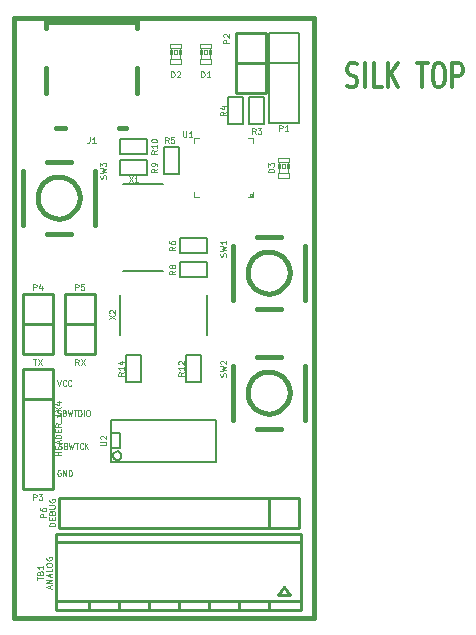
<source format=gto>
G04 (created by PCBNEW-RS274X (2012-01-19 BZR 3256)-stable) date 9/30/2012 4:07:16 PM*
G01*
G70*
G90*
%MOIN*%
G04 Gerber Fmt 3.4, Leading zero omitted, Abs format*
%FSLAX34Y34*%
G04 APERTURE LIST*
%ADD10C,0.006000*%
%ADD11C,0.012000*%
%ADD12C,0.004000*%
%ADD13C,0.015000*%
%ADD14C,0.003900*%
%ADD15C,0.005000*%
%ADD16C,0.002600*%
%ADD17C,0.010000*%
G04 APERTURE END LIST*
G54D10*
G54D11*
X71114Y-32286D02*
X71200Y-32324D01*
X71343Y-32324D01*
X71400Y-32286D01*
X71429Y-32248D01*
X71457Y-32171D01*
X71457Y-32095D01*
X71429Y-32019D01*
X71400Y-31981D01*
X71343Y-31943D01*
X71229Y-31905D01*
X71171Y-31867D01*
X71143Y-31829D01*
X71114Y-31752D01*
X71114Y-31676D01*
X71143Y-31600D01*
X71171Y-31562D01*
X71229Y-31524D01*
X71371Y-31524D01*
X71457Y-31562D01*
X71714Y-32324D02*
X71714Y-31524D01*
X72286Y-32324D02*
X72000Y-32324D01*
X72000Y-31524D01*
X72486Y-32324D02*
X72486Y-31524D01*
X72829Y-32324D02*
X72572Y-31867D01*
X72829Y-31524D02*
X72486Y-31981D01*
X73457Y-31524D02*
X73800Y-31524D01*
X73629Y-32324D02*
X73629Y-31524D01*
X74114Y-31524D02*
X74228Y-31524D01*
X74286Y-31562D01*
X74343Y-31638D01*
X74371Y-31790D01*
X74371Y-32057D01*
X74343Y-32210D01*
X74286Y-32286D01*
X74228Y-32324D01*
X74114Y-32324D01*
X74057Y-32286D01*
X74000Y-32210D01*
X73971Y-32057D01*
X73971Y-31790D01*
X74000Y-31638D01*
X74057Y-31562D01*
X74114Y-31524D01*
X74629Y-32324D02*
X74629Y-31524D01*
X74857Y-31524D01*
X74915Y-31562D01*
X74943Y-31600D01*
X74972Y-31676D01*
X74972Y-31790D01*
X74943Y-31867D01*
X74915Y-31905D01*
X74857Y-31943D01*
X74629Y-31943D01*
G54D12*
X61563Y-45090D02*
X61546Y-45081D01*
X61520Y-45081D01*
X61495Y-45090D01*
X61477Y-45110D01*
X61469Y-45129D01*
X61460Y-45167D01*
X61460Y-45195D01*
X61469Y-45233D01*
X61477Y-45252D01*
X61495Y-45271D01*
X61520Y-45281D01*
X61537Y-45281D01*
X61563Y-45271D01*
X61572Y-45262D01*
X61572Y-45195D01*
X61537Y-45195D01*
X61649Y-45281D02*
X61649Y-45081D01*
X61752Y-45281D01*
X61752Y-45081D01*
X61838Y-45281D02*
X61838Y-45081D01*
X61881Y-45081D01*
X61906Y-45090D01*
X61924Y-45110D01*
X61932Y-45129D01*
X61941Y-45167D01*
X61941Y-45195D01*
X61932Y-45233D01*
X61924Y-45252D01*
X61906Y-45271D01*
X61881Y-45281D01*
X61838Y-45281D01*
X61507Y-44371D02*
X61533Y-44381D01*
X61576Y-44381D01*
X61593Y-44371D01*
X61602Y-44362D01*
X61610Y-44343D01*
X61610Y-44324D01*
X61602Y-44305D01*
X61593Y-44295D01*
X61576Y-44286D01*
X61542Y-44276D01*
X61524Y-44267D01*
X61516Y-44257D01*
X61507Y-44238D01*
X61507Y-44219D01*
X61516Y-44200D01*
X61524Y-44190D01*
X61542Y-44181D01*
X61584Y-44181D01*
X61610Y-44190D01*
X61747Y-44276D02*
X61773Y-44286D01*
X61781Y-44295D01*
X61790Y-44314D01*
X61790Y-44343D01*
X61781Y-44362D01*
X61773Y-44371D01*
X61755Y-44381D01*
X61687Y-44381D01*
X61687Y-44181D01*
X61747Y-44181D01*
X61764Y-44190D01*
X61773Y-44200D01*
X61781Y-44219D01*
X61781Y-44238D01*
X61773Y-44257D01*
X61764Y-44267D01*
X61747Y-44276D01*
X61687Y-44276D01*
X61850Y-44181D02*
X61893Y-44381D01*
X61927Y-44238D01*
X61961Y-44381D01*
X62004Y-44181D01*
X62047Y-44181D02*
X62150Y-44181D01*
X62099Y-44381D02*
X62099Y-44181D01*
X62313Y-44362D02*
X62304Y-44371D01*
X62278Y-44381D01*
X62261Y-44381D01*
X62236Y-44371D01*
X62218Y-44352D01*
X62210Y-44333D01*
X62201Y-44295D01*
X62201Y-44267D01*
X62210Y-44229D01*
X62218Y-44210D01*
X62236Y-44190D01*
X62261Y-44181D01*
X62278Y-44181D01*
X62304Y-44190D01*
X62313Y-44200D01*
X62390Y-44381D02*
X62390Y-44181D01*
X62493Y-44381D02*
X62416Y-44267D01*
X62493Y-44181D02*
X62390Y-44295D01*
X61460Y-43271D02*
X61486Y-43281D01*
X61529Y-43281D01*
X61546Y-43271D01*
X61555Y-43262D01*
X61563Y-43243D01*
X61563Y-43224D01*
X61555Y-43205D01*
X61546Y-43195D01*
X61529Y-43186D01*
X61495Y-43176D01*
X61477Y-43167D01*
X61469Y-43157D01*
X61460Y-43138D01*
X61460Y-43119D01*
X61469Y-43100D01*
X61477Y-43090D01*
X61495Y-43081D01*
X61537Y-43081D01*
X61563Y-43090D01*
X61700Y-43176D02*
X61726Y-43186D01*
X61734Y-43195D01*
X61743Y-43214D01*
X61743Y-43243D01*
X61734Y-43262D01*
X61726Y-43271D01*
X61708Y-43281D01*
X61640Y-43281D01*
X61640Y-43081D01*
X61700Y-43081D01*
X61717Y-43090D01*
X61726Y-43100D01*
X61734Y-43119D01*
X61734Y-43138D01*
X61726Y-43157D01*
X61717Y-43167D01*
X61700Y-43176D01*
X61640Y-43176D01*
X61803Y-43081D02*
X61846Y-43281D01*
X61880Y-43138D01*
X61914Y-43281D01*
X61957Y-43081D01*
X62000Y-43081D02*
X62103Y-43081D01*
X62052Y-43281D02*
X62052Y-43081D01*
X62163Y-43281D02*
X62163Y-43081D01*
X62206Y-43081D01*
X62231Y-43090D01*
X62249Y-43110D01*
X62257Y-43129D01*
X62266Y-43167D01*
X62266Y-43195D01*
X62257Y-43233D01*
X62249Y-43252D01*
X62231Y-43271D01*
X62206Y-43281D01*
X62163Y-43281D01*
X62343Y-43281D02*
X62343Y-43081D01*
X62463Y-43081D02*
X62497Y-43081D01*
X62515Y-43090D01*
X62532Y-43110D01*
X62540Y-43148D01*
X62540Y-43214D01*
X62532Y-43252D01*
X62515Y-43271D01*
X62497Y-43281D01*
X62463Y-43281D01*
X62446Y-43271D01*
X62429Y-43252D01*
X62420Y-43214D01*
X62420Y-43148D01*
X62429Y-43110D01*
X62446Y-43090D01*
X62463Y-43081D01*
X61460Y-42081D02*
X61520Y-42281D01*
X61580Y-42081D01*
X61743Y-42262D02*
X61734Y-42271D01*
X61708Y-42281D01*
X61691Y-42281D01*
X61666Y-42271D01*
X61648Y-42252D01*
X61640Y-42233D01*
X61631Y-42195D01*
X61631Y-42167D01*
X61640Y-42129D01*
X61648Y-42110D01*
X61666Y-42090D01*
X61691Y-42081D01*
X61708Y-42081D01*
X61734Y-42090D01*
X61743Y-42100D01*
X61923Y-42262D02*
X61914Y-42271D01*
X61888Y-42281D01*
X61871Y-42281D01*
X61846Y-42271D01*
X61828Y-42252D01*
X61820Y-42233D01*
X61811Y-42195D01*
X61811Y-42167D01*
X61820Y-42129D01*
X61828Y-42110D01*
X61846Y-42090D01*
X61871Y-42081D01*
X61888Y-42081D01*
X61914Y-42090D01*
X61923Y-42100D01*
G54D13*
X60000Y-50000D02*
X70000Y-50000D01*
X60000Y-30000D02*
X60000Y-50000D01*
X70000Y-30000D02*
X60000Y-30000D01*
X70000Y-30000D02*
X70000Y-50000D01*
G54D14*
X67946Y-35906D02*
X67945Y-35913D01*
X67942Y-35921D01*
X67939Y-35928D01*
X67934Y-35934D01*
X67928Y-35939D01*
X67921Y-35942D01*
X67914Y-35945D01*
X67906Y-35945D01*
X67899Y-35945D01*
X67892Y-35943D01*
X67885Y-35939D01*
X67879Y-35934D01*
X67873Y-35928D01*
X67870Y-35921D01*
X67867Y-35914D01*
X67867Y-35906D01*
X67867Y-35899D01*
X67869Y-35892D01*
X67873Y-35885D01*
X67878Y-35879D01*
X67884Y-35874D01*
X67890Y-35870D01*
X67898Y-35867D01*
X67906Y-35867D01*
X67912Y-35867D01*
X67920Y-35869D01*
X67927Y-35873D01*
X67933Y-35878D01*
X67938Y-35883D01*
X67942Y-35890D01*
X67945Y-35898D01*
X67945Y-35905D01*
X67946Y-35906D01*
X67827Y-35984D02*
X67984Y-35984D01*
X67984Y-35984D02*
X67984Y-35827D01*
X67984Y-34173D02*
X67984Y-34016D01*
X67984Y-34016D02*
X67827Y-34016D01*
X66173Y-34016D02*
X66016Y-34016D01*
X66016Y-34173D02*
X66016Y-34016D01*
X66016Y-35984D02*
X66016Y-35827D01*
X66016Y-35984D02*
X66173Y-35984D01*
G54D13*
X61420Y-33680D02*
X61700Y-33680D01*
X64110Y-30140D02*
X64110Y-30350D01*
X61090Y-30140D02*
X61090Y-30350D01*
X64120Y-31680D02*
X64120Y-32500D01*
X61080Y-31680D02*
X61080Y-32520D01*
X63500Y-33680D02*
X63760Y-33680D01*
X61090Y-30140D02*
X64110Y-30140D01*
X69200Y-38500D02*
X69186Y-38635D01*
X69147Y-38766D01*
X69083Y-38887D01*
X68996Y-38993D01*
X68891Y-39080D01*
X68771Y-39145D01*
X68640Y-39185D01*
X68504Y-39199D01*
X68369Y-39187D01*
X68238Y-39149D01*
X68117Y-39085D01*
X68011Y-39000D01*
X67923Y-38895D01*
X67857Y-38775D01*
X67816Y-38645D01*
X67801Y-38509D01*
X67812Y-38374D01*
X67850Y-38243D01*
X67912Y-38121D01*
X67997Y-38014D01*
X68101Y-37926D01*
X68220Y-37859D01*
X68350Y-37817D01*
X68486Y-37801D01*
X68621Y-37811D01*
X68753Y-37848D01*
X68875Y-37909D01*
X68982Y-37994D01*
X69072Y-38097D01*
X69139Y-38216D01*
X69182Y-38345D01*
X69199Y-38481D01*
X69200Y-38500D01*
X68900Y-39700D02*
X68100Y-39700D01*
X69700Y-37600D02*
X69700Y-39400D01*
X68100Y-37300D02*
X68900Y-37300D01*
X67300Y-39400D02*
X67300Y-37600D01*
X62200Y-36000D02*
X62186Y-36135D01*
X62147Y-36266D01*
X62083Y-36387D01*
X61996Y-36493D01*
X61891Y-36580D01*
X61771Y-36645D01*
X61640Y-36685D01*
X61504Y-36699D01*
X61369Y-36687D01*
X61238Y-36649D01*
X61117Y-36585D01*
X61011Y-36500D01*
X60923Y-36395D01*
X60857Y-36275D01*
X60816Y-36145D01*
X60801Y-36009D01*
X60812Y-35874D01*
X60850Y-35743D01*
X60912Y-35621D01*
X60997Y-35514D01*
X61101Y-35426D01*
X61220Y-35359D01*
X61350Y-35317D01*
X61486Y-35301D01*
X61621Y-35311D01*
X61753Y-35348D01*
X61875Y-35409D01*
X61982Y-35494D01*
X62072Y-35597D01*
X62139Y-35716D01*
X62182Y-35845D01*
X62199Y-35981D01*
X62200Y-36000D01*
X61100Y-34800D02*
X61900Y-34800D01*
X60300Y-36900D02*
X60300Y-35100D01*
X61900Y-37200D02*
X61100Y-37200D01*
X62700Y-35100D02*
X62700Y-36900D01*
X69200Y-42500D02*
X69186Y-42635D01*
X69147Y-42766D01*
X69083Y-42887D01*
X68996Y-42993D01*
X68891Y-43080D01*
X68771Y-43145D01*
X68640Y-43185D01*
X68504Y-43199D01*
X68369Y-43187D01*
X68238Y-43149D01*
X68117Y-43085D01*
X68011Y-43000D01*
X67923Y-42895D01*
X67857Y-42775D01*
X67816Y-42645D01*
X67801Y-42509D01*
X67812Y-42374D01*
X67850Y-42243D01*
X67912Y-42121D01*
X67997Y-42014D01*
X68101Y-41926D01*
X68220Y-41859D01*
X68350Y-41817D01*
X68486Y-41801D01*
X68621Y-41811D01*
X68753Y-41848D01*
X68875Y-41909D01*
X68982Y-41994D01*
X69072Y-42097D01*
X69139Y-42216D01*
X69182Y-42345D01*
X69199Y-42481D01*
X69200Y-42500D01*
X68900Y-43700D02*
X68100Y-43700D01*
X69700Y-41600D02*
X69700Y-43400D01*
X68100Y-41300D02*
X68900Y-41300D01*
X67300Y-43400D02*
X67300Y-41600D01*
G54D10*
X63250Y-43400D02*
X66750Y-43400D01*
X66750Y-43400D02*
X66750Y-44800D01*
X66750Y-44800D02*
X63250Y-44800D01*
X63250Y-44800D02*
X63250Y-43400D01*
G54D15*
X63591Y-44600D02*
X63588Y-44627D01*
X63580Y-44653D01*
X63567Y-44678D01*
X63550Y-44699D01*
X63528Y-44716D01*
X63504Y-44729D01*
X63478Y-44738D01*
X63450Y-44740D01*
X63424Y-44738D01*
X63398Y-44730D01*
X63373Y-44717D01*
X63352Y-44700D01*
X63334Y-44679D01*
X63321Y-44655D01*
X63313Y-44629D01*
X63310Y-44601D01*
X63312Y-44575D01*
X63319Y-44549D01*
X63332Y-44524D01*
X63349Y-44503D01*
X63370Y-44485D01*
X63394Y-44471D01*
X63420Y-44463D01*
X63448Y-44460D01*
X63474Y-44462D01*
X63500Y-44469D01*
X63525Y-44481D01*
X63547Y-44498D01*
X63565Y-44519D01*
X63578Y-44543D01*
X63587Y-44569D01*
X63590Y-44597D01*
X63591Y-44600D01*
X63250Y-43850D02*
X63550Y-43850D01*
X63550Y-43850D02*
X63550Y-44350D01*
X63550Y-44350D02*
X63250Y-44350D01*
X67850Y-33550D02*
X67850Y-32650D01*
X67850Y-32650D02*
X68350Y-32650D01*
X68350Y-32650D02*
X68350Y-33550D01*
X68350Y-33550D02*
X67850Y-33550D01*
X67150Y-33550D02*
X67150Y-32650D01*
X67150Y-32650D02*
X67650Y-32650D01*
X67650Y-32650D02*
X67650Y-33550D01*
X67650Y-33550D02*
X67150Y-33550D01*
X65000Y-35200D02*
X65000Y-34300D01*
X65000Y-34300D02*
X65500Y-34300D01*
X65500Y-34300D02*
X65500Y-35200D01*
X65500Y-35200D02*
X65000Y-35200D01*
X65550Y-37350D02*
X66450Y-37350D01*
X66450Y-37350D02*
X66450Y-37850D01*
X66450Y-37850D02*
X65550Y-37850D01*
X65550Y-37850D02*
X65550Y-37350D01*
X65550Y-38150D02*
X66450Y-38150D01*
X66450Y-38150D02*
X66450Y-38650D01*
X66450Y-38650D02*
X65550Y-38650D01*
X65550Y-38650D02*
X65550Y-38150D01*
X63550Y-34750D02*
X64450Y-34750D01*
X64450Y-34750D02*
X64450Y-35250D01*
X64450Y-35250D02*
X63550Y-35250D01*
X63550Y-35250D02*
X63550Y-34750D01*
X63550Y-34050D02*
X64450Y-34050D01*
X64450Y-34050D02*
X64450Y-34550D01*
X64450Y-34550D02*
X63550Y-34550D01*
X63550Y-34550D02*
X63550Y-34050D01*
X64250Y-41250D02*
X64250Y-42150D01*
X64250Y-42150D02*
X63750Y-42150D01*
X63750Y-42150D02*
X63750Y-41250D01*
X63750Y-41250D02*
X64250Y-41250D01*
X66250Y-41250D02*
X66250Y-42150D01*
X66250Y-42150D02*
X65750Y-42150D01*
X65750Y-42150D02*
X65750Y-41250D01*
X65750Y-41250D02*
X66250Y-41250D01*
G54D16*
X68823Y-34823D02*
X69177Y-34823D01*
X69177Y-34823D02*
X69177Y-34666D01*
X68823Y-34666D02*
X69177Y-34666D01*
X68823Y-34823D02*
X68823Y-34666D01*
X68823Y-35334D02*
X69177Y-35334D01*
X69177Y-35334D02*
X69177Y-35177D01*
X68823Y-35177D02*
X69177Y-35177D01*
X68823Y-35334D02*
X68823Y-35177D01*
X68823Y-35000D02*
X68882Y-35000D01*
X68882Y-35000D02*
X68882Y-34882D01*
X68823Y-34882D02*
X68882Y-34882D01*
X68823Y-35000D02*
X68823Y-34882D01*
X69118Y-35000D02*
X69177Y-35000D01*
X69177Y-35000D02*
X69177Y-34882D01*
X69118Y-34882D02*
X69177Y-34882D01*
X69118Y-35000D02*
X69118Y-34882D01*
X68941Y-35000D02*
X69059Y-35000D01*
X69059Y-35000D02*
X69059Y-34882D01*
X68941Y-34882D02*
X69059Y-34882D01*
X68941Y-35000D02*
X68941Y-34882D01*
G54D12*
X68843Y-34823D02*
X68843Y-35177D01*
X69157Y-34823D02*
X69157Y-35177D01*
G54D16*
X65223Y-31023D02*
X65577Y-31023D01*
X65577Y-31023D02*
X65577Y-30866D01*
X65223Y-30866D02*
X65577Y-30866D01*
X65223Y-31023D02*
X65223Y-30866D01*
X65223Y-31534D02*
X65577Y-31534D01*
X65577Y-31534D02*
X65577Y-31377D01*
X65223Y-31377D02*
X65577Y-31377D01*
X65223Y-31534D02*
X65223Y-31377D01*
X65223Y-31200D02*
X65282Y-31200D01*
X65282Y-31200D02*
X65282Y-31082D01*
X65223Y-31082D02*
X65282Y-31082D01*
X65223Y-31200D02*
X65223Y-31082D01*
X65518Y-31200D02*
X65577Y-31200D01*
X65577Y-31200D02*
X65577Y-31082D01*
X65518Y-31082D02*
X65577Y-31082D01*
X65518Y-31200D02*
X65518Y-31082D01*
X65341Y-31200D02*
X65459Y-31200D01*
X65459Y-31200D02*
X65459Y-31082D01*
X65341Y-31082D02*
X65459Y-31082D01*
X65341Y-31200D02*
X65341Y-31082D01*
G54D12*
X65243Y-31023D02*
X65243Y-31377D01*
X65557Y-31023D02*
X65557Y-31377D01*
G54D16*
X66223Y-31023D02*
X66577Y-31023D01*
X66577Y-31023D02*
X66577Y-30866D01*
X66223Y-30866D02*
X66577Y-30866D01*
X66223Y-31023D02*
X66223Y-30866D01*
X66223Y-31534D02*
X66577Y-31534D01*
X66577Y-31534D02*
X66577Y-31377D01*
X66223Y-31377D02*
X66577Y-31377D01*
X66223Y-31534D02*
X66223Y-31377D01*
X66223Y-31200D02*
X66282Y-31200D01*
X66282Y-31200D02*
X66282Y-31082D01*
X66223Y-31082D02*
X66282Y-31082D01*
X66223Y-31200D02*
X66223Y-31082D01*
X66518Y-31200D02*
X66577Y-31200D01*
X66577Y-31200D02*
X66577Y-31082D01*
X66518Y-31082D02*
X66577Y-31082D01*
X66518Y-31200D02*
X66518Y-31082D01*
X66341Y-31200D02*
X66459Y-31200D01*
X66459Y-31200D02*
X66459Y-31082D01*
X66341Y-31082D02*
X66459Y-31082D01*
X66341Y-31200D02*
X66341Y-31082D01*
G54D12*
X66243Y-31023D02*
X66243Y-31377D01*
X66557Y-31023D02*
X66557Y-31377D01*
G54D17*
X69500Y-46000D02*
X61500Y-46000D01*
X61500Y-47000D02*
X69500Y-47000D01*
X69500Y-46000D02*
X69500Y-47000D01*
X61500Y-47000D02*
X61500Y-46000D01*
X68500Y-47000D02*
X68500Y-46000D01*
G54D10*
X68500Y-30500D02*
X69500Y-30500D01*
X69500Y-30500D02*
X69500Y-33500D01*
X69500Y-33500D02*
X68500Y-33500D01*
X68500Y-33500D02*
X68500Y-30500D01*
X69500Y-31500D02*
X68500Y-31500D01*
G54D17*
X61700Y-39200D02*
X61700Y-41200D01*
X62700Y-39200D02*
X62700Y-41200D01*
X61700Y-39200D02*
X62700Y-39200D01*
X62700Y-41200D02*
X61700Y-41200D01*
X62700Y-40200D02*
X61700Y-40200D01*
X60300Y-39200D02*
X60300Y-41200D01*
X61300Y-39200D02*
X61300Y-41200D01*
X60300Y-39200D02*
X61300Y-39200D01*
X61300Y-41200D02*
X60300Y-41200D01*
X61300Y-40200D02*
X60300Y-40200D01*
X68400Y-32500D02*
X68400Y-30500D01*
X67400Y-32500D02*
X67400Y-30500D01*
X68400Y-32500D02*
X67400Y-32500D01*
X67400Y-30500D02*
X68400Y-30500D01*
X67400Y-31500D02*
X68400Y-31500D01*
G54D15*
X63543Y-40569D02*
X63543Y-39231D01*
X66457Y-40569D02*
X66457Y-39231D01*
X64969Y-38457D02*
X63631Y-38457D01*
X64969Y-35543D02*
X63631Y-35543D01*
G54D17*
X60300Y-41700D02*
X60300Y-45700D01*
X61300Y-41700D02*
X61300Y-45700D01*
X60300Y-41700D02*
X61300Y-41700D01*
X61300Y-45700D02*
X60300Y-45700D01*
X61300Y-42700D02*
X60300Y-42700D01*
X69004Y-48972D02*
X69201Y-49248D01*
X69201Y-49248D02*
X68807Y-49248D01*
X68807Y-49248D02*
X69004Y-48972D01*
X69594Y-47476D02*
X61406Y-47476D01*
X69594Y-49445D02*
X61406Y-49445D01*
X69594Y-49760D02*
X69594Y-47201D01*
X69594Y-47201D02*
X61406Y-47201D01*
X61406Y-47201D02*
X61406Y-49760D01*
X61406Y-49760D02*
X69594Y-49760D01*
X62500Y-49512D02*
X62500Y-49762D01*
X63500Y-49512D02*
X63500Y-49762D01*
X64500Y-49512D02*
X64500Y-49762D01*
X65500Y-49512D02*
X65500Y-49762D01*
X66500Y-49512D02*
X66500Y-49762D01*
X67500Y-49512D02*
X67500Y-49762D01*
X68500Y-49512D02*
X68500Y-49762D01*
G54D12*
X65648Y-33793D02*
X65648Y-33939D01*
X65657Y-33956D01*
X65667Y-33964D01*
X65686Y-33973D01*
X65724Y-33973D01*
X65743Y-33964D01*
X65752Y-33956D01*
X65762Y-33939D01*
X65762Y-33793D01*
X65962Y-33973D02*
X65848Y-33973D01*
X65905Y-33973D02*
X65905Y-33793D01*
X65886Y-33819D01*
X65867Y-33836D01*
X65848Y-33844D01*
X62534Y-33993D02*
X62534Y-34121D01*
X62524Y-34147D01*
X62505Y-34164D01*
X62477Y-34173D01*
X62458Y-34173D01*
X62733Y-34173D02*
X62619Y-34173D01*
X62676Y-34173D02*
X62676Y-33993D01*
X62657Y-34019D01*
X62638Y-34036D01*
X62619Y-34044D01*
X67064Y-37966D02*
X67073Y-37937D01*
X67073Y-37890D01*
X67064Y-37871D01*
X67056Y-37861D01*
X67039Y-37852D01*
X67021Y-37852D01*
X67004Y-37861D01*
X66996Y-37871D01*
X66987Y-37890D01*
X66979Y-37928D01*
X66970Y-37947D01*
X66961Y-37956D01*
X66944Y-37966D01*
X66927Y-37966D01*
X66910Y-37956D01*
X66901Y-37947D01*
X66893Y-37928D01*
X66893Y-37880D01*
X66901Y-37852D01*
X66893Y-37785D02*
X67073Y-37738D01*
X66944Y-37700D01*
X67073Y-37662D01*
X66893Y-37614D01*
X67073Y-37433D02*
X67073Y-37547D01*
X67073Y-37490D02*
X66893Y-37490D01*
X66919Y-37509D01*
X66936Y-37528D01*
X66944Y-37547D01*
X63064Y-35366D02*
X63073Y-35337D01*
X63073Y-35290D01*
X63064Y-35271D01*
X63056Y-35261D01*
X63039Y-35252D01*
X63021Y-35252D01*
X63004Y-35261D01*
X62996Y-35271D01*
X62987Y-35290D01*
X62979Y-35328D01*
X62970Y-35347D01*
X62961Y-35356D01*
X62944Y-35366D01*
X62927Y-35366D01*
X62910Y-35356D01*
X62901Y-35347D01*
X62893Y-35328D01*
X62893Y-35280D01*
X62901Y-35252D01*
X62893Y-35185D02*
X63073Y-35138D01*
X62944Y-35100D01*
X63073Y-35062D01*
X62893Y-35014D01*
X62893Y-34956D02*
X62893Y-34833D01*
X62961Y-34899D01*
X62961Y-34871D01*
X62970Y-34852D01*
X62979Y-34842D01*
X62996Y-34833D01*
X63039Y-34833D01*
X63056Y-34842D01*
X63064Y-34852D01*
X63073Y-34871D01*
X63073Y-34928D01*
X63064Y-34947D01*
X63056Y-34956D01*
X67064Y-41966D02*
X67073Y-41937D01*
X67073Y-41890D01*
X67064Y-41871D01*
X67056Y-41861D01*
X67039Y-41852D01*
X67021Y-41852D01*
X67004Y-41861D01*
X66996Y-41871D01*
X66987Y-41890D01*
X66979Y-41928D01*
X66970Y-41947D01*
X66961Y-41956D01*
X66944Y-41966D01*
X66927Y-41966D01*
X66910Y-41956D01*
X66901Y-41947D01*
X66893Y-41928D01*
X66893Y-41880D01*
X66901Y-41852D01*
X66893Y-41785D02*
X67073Y-41738D01*
X66944Y-41700D01*
X67073Y-41662D01*
X66893Y-41614D01*
X66910Y-41547D02*
X66901Y-41537D01*
X66893Y-41518D01*
X66893Y-41471D01*
X66901Y-41452D01*
X66910Y-41442D01*
X66927Y-41433D01*
X66944Y-41433D01*
X66970Y-41442D01*
X67073Y-41556D01*
X67073Y-41433D01*
X62893Y-44252D02*
X63039Y-44252D01*
X63056Y-44243D01*
X63064Y-44233D01*
X63073Y-44214D01*
X63073Y-44176D01*
X63064Y-44157D01*
X63056Y-44148D01*
X63039Y-44138D01*
X62893Y-44138D01*
X62910Y-44052D02*
X62901Y-44042D01*
X62893Y-44023D01*
X62893Y-43976D01*
X62901Y-43957D01*
X62910Y-43947D01*
X62927Y-43938D01*
X62944Y-43938D01*
X62970Y-43947D01*
X63073Y-44061D01*
X63073Y-43938D01*
X68067Y-33873D02*
X68000Y-33787D01*
X67953Y-33873D02*
X67953Y-33693D01*
X68029Y-33693D01*
X68048Y-33701D01*
X68057Y-33710D01*
X68067Y-33727D01*
X68067Y-33753D01*
X68057Y-33770D01*
X68048Y-33779D01*
X68029Y-33787D01*
X67953Y-33787D01*
X68134Y-33693D02*
X68257Y-33693D01*
X68191Y-33761D01*
X68219Y-33761D01*
X68238Y-33770D01*
X68248Y-33779D01*
X68257Y-33796D01*
X68257Y-33839D01*
X68248Y-33856D01*
X68238Y-33864D01*
X68219Y-33873D01*
X68162Y-33873D01*
X68143Y-33864D01*
X68134Y-33856D01*
X67073Y-33133D02*
X66987Y-33200D01*
X67073Y-33247D02*
X66893Y-33247D01*
X66893Y-33171D01*
X66901Y-33152D01*
X66910Y-33143D01*
X66927Y-33133D01*
X66953Y-33133D01*
X66970Y-33143D01*
X66979Y-33152D01*
X66987Y-33171D01*
X66987Y-33247D01*
X66953Y-32962D02*
X67073Y-32962D01*
X66884Y-33009D02*
X67013Y-33057D01*
X67013Y-32933D01*
X65167Y-34173D02*
X65100Y-34087D01*
X65053Y-34173D02*
X65053Y-33993D01*
X65129Y-33993D01*
X65148Y-34001D01*
X65157Y-34010D01*
X65167Y-34027D01*
X65167Y-34053D01*
X65157Y-34070D01*
X65148Y-34079D01*
X65129Y-34087D01*
X65053Y-34087D01*
X65348Y-33993D02*
X65253Y-33993D01*
X65243Y-34079D01*
X65253Y-34070D01*
X65272Y-34061D01*
X65319Y-34061D01*
X65338Y-34070D01*
X65348Y-34079D01*
X65357Y-34096D01*
X65357Y-34139D01*
X65348Y-34156D01*
X65338Y-34164D01*
X65319Y-34173D01*
X65272Y-34173D01*
X65253Y-34164D01*
X65243Y-34156D01*
X65373Y-37633D02*
X65287Y-37700D01*
X65373Y-37747D02*
X65193Y-37747D01*
X65193Y-37671D01*
X65201Y-37652D01*
X65210Y-37643D01*
X65227Y-37633D01*
X65253Y-37633D01*
X65270Y-37643D01*
X65279Y-37652D01*
X65287Y-37671D01*
X65287Y-37747D01*
X65193Y-37462D02*
X65193Y-37500D01*
X65201Y-37519D01*
X65210Y-37528D01*
X65236Y-37547D01*
X65270Y-37557D01*
X65339Y-37557D01*
X65356Y-37547D01*
X65364Y-37538D01*
X65373Y-37519D01*
X65373Y-37481D01*
X65364Y-37462D01*
X65356Y-37452D01*
X65339Y-37443D01*
X65296Y-37443D01*
X65279Y-37452D01*
X65270Y-37462D01*
X65261Y-37481D01*
X65261Y-37519D01*
X65270Y-37538D01*
X65279Y-37547D01*
X65296Y-37557D01*
X65373Y-38433D02*
X65287Y-38500D01*
X65373Y-38547D02*
X65193Y-38547D01*
X65193Y-38471D01*
X65201Y-38452D01*
X65210Y-38443D01*
X65227Y-38433D01*
X65253Y-38433D01*
X65270Y-38443D01*
X65279Y-38452D01*
X65287Y-38471D01*
X65287Y-38547D01*
X65270Y-38319D02*
X65261Y-38338D01*
X65253Y-38347D01*
X65236Y-38357D01*
X65227Y-38357D01*
X65210Y-38347D01*
X65201Y-38338D01*
X65193Y-38319D01*
X65193Y-38281D01*
X65201Y-38262D01*
X65210Y-38252D01*
X65227Y-38243D01*
X65236Y-38243D01*
X65253Y-38252D01*
X65261Y-38262D01*
X65270Y-38281D01*
X65270Y-38319D01*
X65279Y-38338D01*
X65287Y-38347D01*
X65304Y-38357D01*
X65339Y-38357D01*
X65356Y-38347D01*
X65364Y-38338D01*
X65373Y-38319D01*
X65373Y-38281D01*
X65364Y-38262D01*
X65356Y-38252D01*
X65339Y-38243D01*
X65304Y-38243D01*
X65287Y-38252D01*
X65279Y-38262D01*
X65270Y-38281D01*
X64773Y-35033D02*
X64687Y-35100D01*
X64773Y-35147D02*
X64593Y-35147D01*
X64593Y-35071D01*
X64601Y-35052D01*
X64610Y-35043D01*
X64627Y-35033D01*
X64653Y-35033D01*
X64670Y-35043D01*
X64679Y-35052D01*
X64687Y-35071D01*
X64687Y-35147D01*
X64773Y-34938D02*
X64773Y-34900D01*
X64764Y-34881D01*
X64756Y-34871D01*
X64730Y-34852D01*
X64696Y-34843D01*
X64627Y-34843D01*
X64610Y-34852D01*
X64601Y-34862D01*
X64593Y-34881D01*
X64593Y-34919D01*
X64601Y-34938D01*
X64610Y-34947D01*
X64627Y-34957D01*
X64670Y-34957D01*
X64687Y-34947D01*
X64696Y-34938D01*
X64704Y-34919D01*
X64704Y-34881D01*
X64696Y-34862D01*
X64687Y-34852D01*
X64670Y-34843D01*
X64773Y-34428D02*
X64687Y-34495D01*
X64773Y-34542D02*
X64593Y-34542D01*
X64593Y-34466D01*
X64601Y-34447D01*
X64610Y-34438D01*
X64627Y-34428D01*
X64653Y-34428D01*
X64670Y-34438D01*
X64679Y-34447D01*
X64687Y-34466D01*
X64687Y-34542D01*
X64773Y-34238D02*
X64773Y-34352D01*
X64773Y-34295D02*
X64593Y-34295D01*
X64619Y-34314D01*
X64636Y-34333D01*
X64644Y-34352D01*
X64593Y-34114D02*
X64593Y-34095D01*
X64601Y-34076D01*
X64610Y-34067D01*
X64627Y-34057D01*
X64661Y-34048D01*
X64704Y-34048D01*
X64739Y-34057D01*
X64756Y-34067D01*
X64764Y-34076D01*
X64773Y-34095D01*
X64773Y-34114D01*
X64764Y-34133D01*
X64756Y-34143D01*
X64739Y-34152D01*
X64704Y-34162D01*
X64661Y-34162D01*
X64627Y-34152D01*
X64610Y-34143D01*
X64601Y-34133D01*
X64593Y-34114D01*
X63673Y-41828D02*
X63587Y-41895D01*
X63673Y-41942D02*
X63493Y-41942D01*
X63493Y-41866D01*
X63501Y-41847D01*
X63510Y-41838D01*
X63527Y-41828D01*
X63553Y-41828D01*
X63570Y-41838D01*
X63579Y-41847D01*
X63587Y-41866D01*
X63587Y-41942D01*
X63673Y-41638D02*
X63673Y-41752D01*
X63673Y-41695D02*
X63493Y-41695D01*
X63519Y-41714D01*
X63536Y-41733D01*
X63544Y-41752D01*
X63553Y-41467D02*
X63673Y-41467D01*
X63484Y-41514D02*
X63613Y-41562D01*
X63613Y-41438D01*
X65673Y-41828D02*
X65587Y-41895D01*
X65673Y-41942D02*
X65493Y-41942D01*
X65493Y-41866D01*
X65501Y-41847D01*
X65510Y-41838D01*
X65527Y-41828D01*
X65553Y-41828D01*
X65570Y-41838D01*
X65579Y-41847D01*
X65587Y-41866D01*
X65587Y-41942D01*
X65673Y-41638D02*
X65673Y-41752D01*
X65673Y-41695D02*
X65493Y-41695D01*
X65519Y-41714D01*
X65536Y-41733D01*
X65544Y-41752D01*
X65510Y-41562D02*
X65501Y-41552D01*
X65493Y-41533D01*
X65493Y-41486D01*
X65501Y-41467D01*
X65510Y-41457D01*
X65527Y-41448D01*
X65544Y-41448D01*
X65570Y-41457D01*
X65673Y-41571D01*
X65673Y-41448D01*
X68673Y-35147D02*
X68493Y-35147D01*
X68493Y-35100D01*
X68501Y-35071D01*
X68519Y-35052D01*
X68536Y-35043D01*
X68570Y-35033D01*
X68596Y-35033D01*
X68630Y-35043D01*
X68647Y-35052D01*
X68664Y-35071D01*
X68673Y-35100D01*
X68673Y-35147D01*
X68493Y-34966D02*
X68493Y-34843D01*
X68561Y-34909D01*
X68561Y-34881D01*
X68570Y-34862D01*
X68579Y-34852D01*
X68596Y-34843D01*
X68639Y-34843D01*
X68656Y-34852D01*
X68664Y-34862D01*
X68673Y-34881D01*
X68673Y-34938D01*
X68664Y-34957D01*
X68656Y-34966D01*
X65253Y-31973D02*
X65253Y-31793D01*
X65300Y-31793D01*
X65329Y-31801D01*
X65348Y-31819D01*
X65357Y-31836D01*
X65367Y-31870D01*
X65367Y-31896D01*
X65357Y-31930D01*
X65348Y-31947D01*
X65329Y-31964D01*
X65300Y-31973D01*
X65253Y-31973D01*
X65443Y-31810D02*
X65453Y-31801D01*
X65472Y-31793D01*
X65519Y-31793D01*
X65538Y-31801D01*
X65548Y-31810D01*
X65557Y-31827D01*
X65557Y-31844D01*
X65548Y-31870D01*
X65434Y-31973D01*
X65557Y-31973D01*
X66253Y-31973D02*
X66253Y-31793D01*
X66300Y-31793D01*
X66329Y-31801D01*
X66348Y-31819D01*
X66357Y-31836D01*
X66367Y-31870D01*
X66367Y-31896D01*
X66357Y-31930D01*
X66348Y-31947D01*
X66329Y-31964D01*
X66300Y-31973D01*
X66253Y-31973D01*
X66557Y-31973D02*
X66443Y-31973D01*
X66500Y-31973D02*
X66500Y-31793D01*
X66481Y-31819D01*
X66462Y-31836D01*
X66443Y-31844D01*
X61073Y-46647D02*
X60893Y-46647D01*
X60893Y-46571D01*
X60901Y-46552D01*
X60910Y-46543D01*
X60927Y-46533D01*
X60953Y-46533D01*
X60970Y-46543D01*
X60979Y-46552D01*
X60987Y-46571D01*
X60987Y-46647D01*
X60893Y-46362D02*
X60893Y-46400D01*
X60901Y-46419D01*
X60910Y-46428D01*
X60936Y-46447D01*
X60970Y-46457D01*
X61039Y-46457D01*
X61056Y-46447D01*
X61064Y-46438D01*
X61073Y-46419D01*
X61073Y-46381D01*
X61064Y-46362D01*
X61056Y-46352D01*
X61039Y-46343D01*
X60996Y-46343D01*
X60979Y-46352D01*
X60970Y-46362D01*
X60961Y-46381D01*
X60961Y-46419D01*
X60970Y-46438D01*
X60979Y-46447D01*
X60996Y-46457D01*
X61373Y-46947D02*
X61193Y-46947D01*
X61193Y-46900D01*
X61201Y-46871D01*
X61219Y-46852D01*
X61236Y-46843D01*
X61270Y-46833D01*
X61296Y-46833D01*
X61330Y-46843D01*
X61347Y-46852D01*
X61364Y-46871D01*
X61373Y-46900D01*
X61373Y-46947D01*
X61279Y-46747D02*
X61279Y-46681D01*
X61373Y-46652D02*
X61373Y-46747D01*
X61193Y-46747D01*
X61193Y-46652D01*
X61279Y-46500D02*
X61287Y-46471D01*
X61296Y-46462D01*
X61313Y-46452D01*
X61339Y-46452D01*
X61356Y-46462D01*
X61364Y-46471D01*
X61373Y-46490D01*
X61373Y-46566D01*
X61193Y-46566D01*
X61193Y-46500D01*
X61201Y-46481D01*
X61210Y-46471D01*
X61227Y-46462D01*
X61244Y-46462D01*
X61261Y-46471D01*
X61270Y-46481D01*
X61279Y-46500D01*
X61279Y-46566D01*
X61193Y-46366D02*
X61339Y-46366D01*
X61356Y-46357D01*
X61364Y-46347D01*
X61373Y-46328D01*
X61373Y-46290D01*
X61364Y-46271D01*
X61356Y-46262D01*
X61339Y-46252D01*
X61193Y-46252D01*
X61201Y-46052D02*
X61193Y-46071D01*
X61193Y-46099D01*
X61201Y-46128D01*
X61219Y-46147D01*
X61236Y-46156D01*
X61270Y-46166D01*
X61296Y-46166D01*
X61330Y-46156D01*
X61347Y-46147D01*
X61364Y-46128D01*
X61373Y-46099D01*
X61373Y-46080D01*
X61364Y-46052D01*
X61356Y-46042D01*
X61296Y-46042D01*
X61296Y-46080D01*
X68853Y-33773D02*
X68853Y-33593D01*
X68929Y-33593D01*
X68948Y-33601D01*
X68957Y-33610D01*
X68967Y-33627D01*
X68967Y-33653D01*
X68957Y-33670D01*
X68948Y-33679D01*
X68929Y-33687D01*
X68853Y-33687D01*
X69157Y-33773D02*
X69043Y-33773D01*
X69100Y-33773D02*
X69100Y-33593D01*
X69081Y-33619D01*
X69062Y-33636D01*
X69043Y-33644D01*
X62053Y-39073D02*
X62053Y-38893D01*
X62129Y-38893D01*
X62148Y-38901D01*
X62157Y-38910D01*
X62167Y-38927D01*
X62167Y-38953D01*
X62157Y-38970D01*
X62148Y-38979D01*
X62129Y-38987D01*
X62053Y-38987D01*
X62348Y-38893D02*
X62253Y-38893D01*
X62243Y-38979D01*
X62253Y-38970D01*
X62272Y-38961D01*
X62319Y-38961D01*
X62338Y-38970D01*
X62348Y-38979D01*
X62357Y-38996D01*
X62357Y-39039D01*
X62348Y-39056D01*
X62338Y-39064D01*
X62319Y-39073D01*
X62272Y-39073D01*
X62253Y-39064D01*
X62243Y-39056D01*
X62167Y-41573D02*
X62100Y-41487D01*
X62053Y-41573D02*
X62053Y-41393D01*
X62129Y-41393D01*
X62148Y-41401D01*
X62157Y-41410D01*
X62167Y-41427D01*
X62167Y-41453D01*
X62157Y-41470D01*
X62148Y-41479D01*
X62129Y-41487D01*
X62053Y-41487D01*
X62234Y-41393D02*
X62367Y-41573D01*
X62367Y-41393D02*
X62234Y-41573D01*
X60653Y-39073D02*
X60653Y-38893D01*
X60729Y-38893D01*
X60748Y-38901D01*
X60757Y-38910D01*
X60767Y-38927D01*
X60767Y-38953D01*
X60757Y-38970D01*
X60748Y-38979D01*
X60729Y-38987D01*
X60653Y-38987D01*
X60938Y-38953D02*
X60938Y-39073D01*
X60891Y-38884D02*
X60843Y-39013D01*
X60967Y-39013D01*
X60648Y-41393D02*
X60762Y-41393D01*
X60705Y-41573D02*
X60705Y-41393D01*
X60810Y-41393D02*
X60943Y-41573D01*
X60943Y-41393D02*
X60810Y-41573D01*
X67173Y-30847D02*
X66993Y-30847D01*
X66993Y-30771D01*
X67001Y-30752D01*
X67010Y-30743D01*
X67027Y-30733D01*
X67053Y-30733D01*
X67070Y-30743D01*
X67079Y-30752D01*
X67087Y-30771D01*
X67087Y-30847D01*
X67010Y-30657D02*
X67001Y-30647D01*
X66993Y-30628D01*
X66993Y-30581D01*
X67001Y-30562D01*
X67010Y-30552D01*
X67027Y-30543D01*
X67044Y-30543D01*
X67070Y-30552D01*
X67173Y-30666D01*
X67173Y-30543D01*
X63193Y-40061D02*
X63373Y-39928D01*
X63193Y-39928D02*
X63373Y-40061D01*
X63210Y-39862D02*
X63201Y-39852D01*
X63193Y-39833D01*
X63193Y-39786D01*
X63201Y-39767D01*
X63210Y-39757D01*
X63227Y-39748D01*
X63244Y-39748D01*
X63270Y-39757D01*
X63373Y-39871D01*
X63373Y-39748D01*
X63839Y-35293D02*
X63972Y-35473D01*
X63972Y-35293D02*
X63839Y-35473D01*
X64152Y-35473D02*
X64038Y-35473D01*
X64095Y-35473D02*
X64095Y-35293D01*
X64076Y-35319D01*
X64057Y-35336D01*
X64038Y-35344D01*
X60653Y-46073D02*
X60653Y-45893D01*
X60729Y-45893D01*
X60748Y-45901D01*
X60757Y-45910D01*
X60767Y-45927D01*
X60767Y-45953D01*
X60757Y-45970D01*
X60748Y-45979D01*
X60729Y-45987D01*
X60653Y-45987D01*
X60834Y-45893D02*
X60957Y-45893D01*
X60891Y-45961D01*
X60919Y-45961D01*
X60938Y-45970D01*
X60948Y-45979D01*
X60957Y-45996D01*
X60957Y-46039D01*
X60948Y-46056D01*
X60938Y-46064D01*
X60919Y-46073D01*
X60862Y-46073D01*
X60843Y-46064D01*
X60834Y-46056D01*
X61573Y-44584D02*
X61393Y-44584D01*
X61479Y-44584D02*
X61479Y-44470D01*
X61573Y-44470D02*
X61393Y-44470D01*
X61479Y-44374D02*
X61479Y-44308D01*
X61573Y-44279D02*
X61573Y-44374D01*
X61393Y-44374D01*
X61393Y-44279D01*
X61521Y-44203D02*
X61521Y-44108D01*
X61573Y-44222D02*
X61393Y-44155D01*
X61573Y-44089D01*
X61573Y-44022D02*
X61393Y-44022D01*
X61393Y-43975D01*
X61401Y-43946D01*
X61419Y-43927D01*
X61436Y-43918D01*
X61470Y-43908D01*
X61496Y-43908D01*
X61530Y-43918D01*
X61547Y-43927D01*
X61564Y-43946D01*
X61573Y-43975D01*
X61573Y-44022D01*
X61479Y-43822D02*
X61479Y-43756D01*
X61573Y-43727D02*
X61573Y-43822D01*
X61393Y-43822D01*
X61393Y-43727D01*
X61573Y-43527D02*
X61487Y-43594D01*
X61573Y-43641D02*
X61393Y-43641D01*
X61393Y-43565D01*
X61401Y-43546D01*
X61410Y-43537D01*
X61427Y-43527D01*
X61453Y-43527D01*
X61470Y-43537D01*
X61479Y-43546D01*
X61487Y-43565D01*
X61487Y-43641D01*
X61590Y-43489D02*
X61590Y-43337D01*
X61573Y-43185D02*
X61573Y-43299D01*
X61573Y-43242D02*
X61393Y-43242D01*
X61419Y-43261D01*
X61436Y-43280D01*
X61444Y-43299D01*
X61393Y-43118D02*
X61573Y-42985D01*
X61393Y-42985D02*
X61573Y-43118D01*
X61453Y-42824D02*
X61573Y-42824D01*
X61384Y-42871D02*
X61513Y-42919D01*
X61513Y-42795D01*
X60793Y-48752D02*
X60793Y-48638D01*
X60973Y-48695D02*
X60793Y-48695D01*
X60879Y-48505D02*
X60887Y-48476D01*
X60896Y-48467D01*
X60913Y-48457D01*
X60939Y-48457D01*
X60956Y-48467D01*
X60964Y-48476D01*
X60973Y-48495D01*
X60973Y-48571D01*
X60793Y-48571D01*
X60793Y-48505D01*
X60801Y-48486D01*
X60810Y-48476D01*
X60827Y-48467D01*
X60844Y-48467D01*
X60861Y-48476D01*
X60870Y-48486D01*
X60879Y-48505D01*
X60879Y-48571D01*
X60973Y-48267D02*
X60973Y-48381D01*
X60973Y-48324D02*
X60793Y-48324D01*
X60819Y-48343D01*
X60836Y-48362D01*
X60844Y-48381D01*
X61221Y-49024D02*
X61221Y-48929D01*
X61273Y-49043D02*
X61093Y-48976D01*
X61273Y-48910D01*
X61273Y-48843D02*
X61093Y-48843D01*
X61273Y-48729D01*
X61093Y-48729D01*
X61221Y-48643D02*
X61221Y-48548D01*
X61273Y-48662D02*
X61093Y-48595D01*
X61273Y-48529D01*
X61273Y-48367D02*
X61273Y-48462D01*
X61093Y-48462D01*
X61093Y-48262D02*
X61093Y-48224D01*
X61101Y-48205D01*
X61119Y-48186D01*
X61153Y-48177D01*
X61213Y-48177D01*
X61247Y-48186D01*
X61264Y-48205D01*
X61273Y-48224D01*
X61273Y-48262D01*
X61264Y-48281D01*
X61247Y-48300D01*
X61213Y-48310D01*
X61153Y-48310D01*
X61119Y-48300D01*
X61101Y-48281D01*
X61093Y-48262D01*
X61101Y-47986D02*
X61093Y-48005D01*
X61093Y-48033D01*
X61101Y-48062D01*
X61119Y-48081D01*
X61136Y-48090D01*
X61170Y-48100D01*
X61196Y-48100D01*
X61230Y-48090D01*
X61247Y-48081D01*
X61264Y-48062D01*
X61273Y-48033D01*
X61273Y-48014D01*
X61264Y-47986D01*
X61256Y-47976D01*
X61196Y-47976D01*
X61196Y-48014D01*
M02*

</source>
